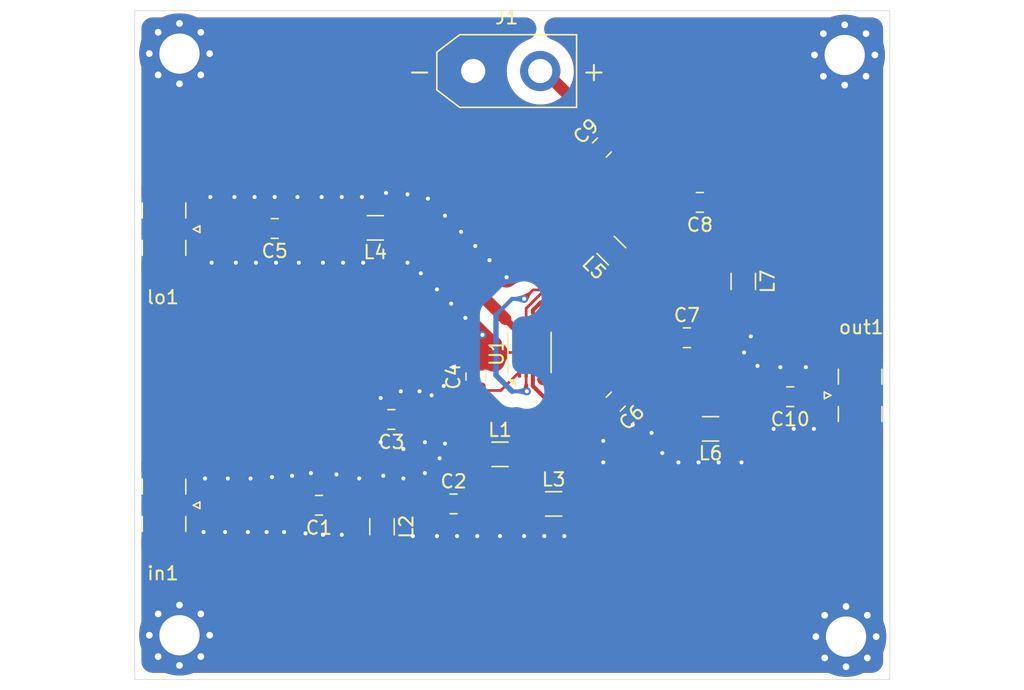
<source format=kicad_pcb>
(kicad_pcb (version 20240108) (generator "pcbnew") (generator_version "8.0")
  (layers (0 "F.Cu" signal) (31 "B.Cu" signal) (34 "B.Paste" user) (35 "F.Paste" user) (36 "B.SilkS" user "B.Silkscreen") (37 "F.SilkS" user "F.Silkscreen") (38 "B.Mask" user) (39 "F.Mask" user) (44 "Edge.Cuts" user))
  (net 0 "")
  (net 1 "+5V")
  (net 2 "GND")
  (net 3 "Net-(U1-IN+)")
  (net 4 "Net-(U1-IN-)")
  (net 5 "Net-(U1-OUT+)")
  (net 6 "Net-(U1-OUT-)")
  (net 7 "Net-(U1-LO-)")
  (net 8 "Net-(U1-LO+)")
  (net 9 "Net-(C1-Pad1)")
  (net 10 "Net-(in1-In)")
  (net 11 "Net-(C5-Pad1)")
  (net 12 "Net-(lo1-In)")
  (net 13 "Net-(C10-Pad2)")
  (net 14 "Net-(out1-In)")
  (footprint "Capacitor_SMD:C_0805_2012Metric_Pad1.18x1.45mm_HandSolder" (layer "F.Cu") (at 111.1375 63.8)
    (property "Reference" "C7" (at 0 -1.68 0) (layer "F.SilkS"))
    (property "Value" "4.7pF")
    (fp_line (start -0.261252 -0.735) (end 0.261252 -0.735) (stroke (width 0.12)) (layer "F.SilkS"))
    (fp_line (start -0.261252 0.735) (end 0.261252 0.735) (stroke (width 0.12)) (layer "F.SilkS"))
    (pad "1" smd roundrect (at -1.0375 0) (size 1.175 1.45) (layers "F.Cu" "F.Paste" "F.Mask") (roundrect_rratio 0.212766) (net 5 "Net-(U1-OUT+)"))
    (pad "2" smd roundrect (at 1.0375 0) (size 1.175 1.45) (layers "F.Cu" "F.Paste" "F.Mask") (roundrect_rratio 0.212766) (net 13 "Net-(C10-Pad2)"))
  )
  (footprint "Capacitor_SMD:C_0805_2012Metric_Pad1.18x1.45mm_HandSolder" (layer "F.Cu") (at 105.833623 68.566377 -135)
    (property "Reference" "C6" (at 0 -1.679999 45) (layer "F.SilkS"))
    (property "Value" "4.7pF")
    (fp_line (start -0.261253 0.735) (end 0.261253 0.735) (stroke (width 0.12)) (layer "F.SilkS"))
    (fp_line (start -0.261253 -0.735) (end 0.261253 -0.735) (stroke (width 0.12)) (layer "F.SilkS"))
    (pad "1" smd roundrect (at -1.0375 0 225) (size 1.175 1.45) (layers "F.Cu" "F.Paste" "F.Mask") (roundrect_rratio 0.212766) (net 6 "Net-(U1-OUT-)"))
    (pad "2" smd roundrect (at 1.0375 0 225) (size 1.175 1.45) (layers "F.Cu" "F.Paste" "F.Mask") (roundrect_rratio 0.212766) (net 2 "GND"))
  )
  (footprint "Capacitor_SMD:C_0805_2012Metric_Pad1.18x1.45mm_HandSolder" (layer "F.Cu") (at 80.4 55.65 180)
    (property "Reference" "C5" (at 0 -1.679999 0) (layer "F.SilkS"))
    (property "Value" "100pF")
    (fp_line (start -0.261253 0.735) (end 0.261253 0.735) (stroke (width 0.12)) (layer "F.SilkS"))
    (fp_line (start -0.261253 -0.735) (end 0.261253 -0.735) (stroke (width 0.12)) (layer "F.SilkS"))
    (pad "1" smd roundrect (at -1.0375 0 180) (size 1.175 1.45) (layers "F.Cu" "F.Paste" "F.Mask") (roundrect_rratio 0.212766) (net 11 "Net-(C5-Pad1)"))
    (pad "2" smd roundrect (at 1.0375 0 180) (size 1.175 1.45) (layers "F.Cu" "F.Paste" "F.Mask") (roundrect_rratio 0.212766) (net 12 "Net-(lo1-In)"))
  )
  (footprint "MountingHole:MountingHole_3mm_Pad_Via" (layer "F.Cu") (at 73.3 86)
    (property "Reference" "H4" (hide yes))
    (property "Value" "MountingHole_Pad" (hide yes))
    (pad "1" thru_hole circle (at -2.25 0) (size 0.8 0.8) (drill 0.5) (layers "*.Cu" "*.Mask") (net 2 "GND"))
    (pad "1" thru_hole circle (at -1.59099 -1.59099) (size 0.8 0.8) (drill 0.5) (layers "*.Cu" "*.Mask") (net 2 "GND"))
    (pad "1" thru_hole circle (at -1.59099 1.59099) (size 0.8 0.8) (drill 0.5) (layers "*.Cu" "*.Mask") (net 2 "GND"))
    (pad "1" thru_hole circle (at 0 -2.25) (size 0.8 0.8) (drill 0.5) (layers "*.Cu" "*.Mask") (net 2 "GND"))
    (pad "1" thru_hole circle (at 0 0) (size 6 6) (drill 3) (layers "*.Cu" "*.Mask") (net 2 "GND"))
    (pad "1" thru_hole circle (at 0 2.25) (size 0.8 0.8) (drill 0.5) (layers "*.Cu" "*.Mask") (net 2 "GND"))
    (pad "1" thru_hole circle (at 1.59099 -1.59099) (size 0.8 0.8) (drill 0.5) (layers "*.Cu" "*.Mask") (net 2 "GND"))
    (pad "1" thru_hole circle (at 1.59099 1.59099) (size 0.8 0.8) (drill 0.5) (layers "*.Cu" "*.Mask") (net 2 "GND"))
    (pad "1" thru_hole circle (at 2.25 0) (size 0.8 0.8) (drill 0.5) (layers "*.Cu" "*.Mask") (net 2 "GND"))
  )
  (footprint "Inductor_SMD:L_1206_3216Metric_Pad1.42x1.75mm_HandSolder" (layer "F.Cu") (at 97.2 72.5)
    (property "Reference" "L1" (at 0 -1.82 0) (layer "F.SilkS"))
    (property "Value" "6.8nH")
    (fp_line (start -0.602064 -0.91) (end 0.602064 -0.91) (stroke (width 0.12)) (layer "F.SilkS"))
    (fp_line (start -0.602064 0.91) (end 0.602064 0.91) (stroke (width 0.12)) (layer "F.SilkS"))
    (pad "1" smd roundrect (at -1.4875 0) (size 1.425 1.75) (layers "F.Cu" "F.Paste" "F.Mask") (roundrect_rratio 0.175439) (net 9 "Net-(C1-Pad1)"))
    (pad "2" smd roundrect (at 1.4875 0) (size 1.425 1.75) (layers "F.Cu" "F.Paste" "F.Mask") (roundrect_rratio 0.175439) (net 3 "Net-(U1-IN+)"))
  )
  (footprint "Inductor_SMD:L_1206_3216Metric_Pad1.42x1.75mm_HandSolder" (layer "F.Cu") (at 101.2 76.2)
    (property "Reference" "L3" (at 0 -1.82 0) (layer "F.SilkS"))
    (property "Value" "6.8nH")
    (fp_line (start -0.602064 -0.91) (end 0.602064 -0.91) (stroke (width 0.12)) (layer "F.SilkS"))
    (fp_line (start -0.602064 0.91) (end 0.602064 0.91) (stroke (width 0.12)) (layer "F.SilkS"))
    (pad "1" smd roundrect (at -1.4875 0) (size 1.425 1.75) (layers "F.Cu" "F.Paste" "F.Mask") (roundrect_rratio 0.175439) (net 4 "Net-(U1-IN-)"))
    (pad "2" smd roundrect (at 1.4875 0) (size 1.425 1.75) (layers "F.Cu" "F.Paste" "F.Mask") (roundrect_rratio 0.175439) (net 2 "GND"))
  )
  (footprint "MountingHole:MountingHole_3mm_Pad_Via" (layer "F.Cu") (at 123 86.1)
    (property "Reference" "H3" (hide yes))
    (property "Value" "MountingHole_Pad" (hide yes))
    (pad "1" thru_hole circle (at -2.25 0) (size 0.8 0.8) (drill 0.5) (layers "*.Cu" "*.Mask") (net 2 "GND"))
    (pad "1" thru_hole circle (at -1.59099 -1.59099) (size 0.8 0.8) (drill 0.5) (layers "*.Cu" "*.Mask") (net 2 "GND"))
    (pad "1" thru_hole circle (at -1.59099 1.59099) (size 0.8 0.8) (drill 0.5) (layers "*.Cu" "*.Mask") (net 2 "GND"))
    (pad "1" thru_hole circle (at 0 -2.25) (size 0.8 0.8) (drill 0.5) (layers "*.Cu" "*.Mask") (net 2 "GND"))
    (pad "1" thru_hole circle (at 0 0) (size 6 6) (drill 3) (layers "*.Cu" "*.Mask") (net 2 "GND"))
    (pad "1" thru_hole circle (at 0 2.25) (size 0.8 0.8) (drill 0.5) (layers "*.Cu" "*.Mask") (net 2 "GND"))
    (pad "1" thru_hole circle (at 1.59099 -1.59099) (size 0.8 0.8) (drill 0.5) (layers "*.Cu" "*.Mask") (net 2 "GND"))
    (pad "1" thru_hole circle (at 1.59099 1.59099) (size 0.8 0.8) (drill 0.5) (layers "*.Cu" "*.Mask") (net 2 "GND"))
    (pad "1" thru_hole circle (at 2.25 0) (size 0.8 0.8) (drill 0.5) (layers "*.Cu" "*.Mask") (net 2 "GND"))
  )
  (footprint "Capacitor_SMD:C_0805_2012Metric_Pad1.18x1.45mm_HandSolder" (layer "F.Cu") (at 93.7375 76.2)
    (property "Reference" "C2" (at 0 -1.68 0) (layer "F.SilkS"))
    (property "Value" "4.7pF")
    (fp_line (start -0.261252 -0.735) (end 0.261252 -0.735) (stroke (width 0.12)) (layer "F.SilkS"))
    (fp_line (start -0.261252 0.735) (end 0.261252 0.735) (stroke (width 0.12)) (layer "F.SilkS"))
    (pad "1" smd roundrect (at -1.0375 0) (size 1.175 1.45) (layers "F.Cu" "F.Paste" "F.Mask") (roundrect_rratio 0.212766) (net 9 "Net-(C1-Pad1)"))
    (pad "2" smd roundrect (at 1.0375 0) (size 1.175 1.45) (layers "F.Cu" "F.Paste" "F.Mask") (roundrect_rratio 0.212766) (net 4 "Net-(U1-IN-)"))
  )
  (footprint "Inductor_SMD:L_1206_3216Metric_Pad1.42x1.75mm_HandSolder" (layer "F.Cu") (at 112.9 70.6 180)
    (property "Reference" "L6" (at 0 -1.82 0) (layer "F.SilkS"))
    (property "Value" "270nH")
    (fp_line (start -0.602064 0.91) (end 0.602064 0.91) (stroke (width 0.12)) (layer "F.SilkS"))
    (fp_line (start -0.602064 -0.91) (end 0.602064 -0.91) (stroke (width 0.12)) (layer "F.SilkS"))
    (pad "1" smd roundrect (at -1.4875 0 180) (size 1.425 1.75) (layers "F.Cu" "F.Paste" "F.Mask") (roundrect_rratio 0.175439) (net 13 "Net-(C10-Pad2)"))
    (pad "2" smd roundrect (at 1.4875 0 180) (size 1.425 1.75) (layers "F.Cu" "F.Paste" "F.Mask") (roundrect_rratio 0.175439) (net 6 "Net-(U1-OUT-)"))
  )
  (footprint "Inductor_SMD:L_1206_3216Metric_Pad1.42x1.75mm_HandSolder" (layer "F.Cu") (at 88.4 77.9 -90)
    (property "Reference" "L2" (at 0 -1.82 90) (layer "F.SilkS"))
    (property "Value" "15nH")
    (fp_line (start -0.602064 0.91) (end 0.602064 0.91) (stroke (width 0.12)) (layer "F.SilkS"))
    (fp_line (start -0.602064 -0.91) (end 0.602064 -0.91) (stroke (width 0.12)) (layer "F.SilkS"))
    (pad "1" smd roundrect (at -1.4875 0 270) (size 1.425 1.75) (layers "F.Cu" "F.Paste" "F.Mask") (roundrect_rratio 0.175439) (net 9 "Net-(C1-Pad1)"))
    (pad "2" smd roundrect (at 1.4875 0 270) (size 1.425 1.75) (layers "F.Cu" "F.Paste" "F.Mask") (roundrect_rratio 0.175439) (net 2 "GND"))
  )
  (footprint "Capacitor_SMD:C_0805_2012Metric_Pad1.18x1.45mm_HandSolder" (layer "F.Cu") (at 118.8375 68.2 180)
    (property "Reference" "C10" (at 0 -1.679999 0) (layer "F.SilkS"))
    (property "Value" "33pF")
    (fp_line (start -0.261253 0.735) (end 0.261253 0.735) (stroke (width 0.12)) (layer "F.SilkS"))
    (fp_line (start -0.261253 -0.735) (end 0.261253 -0.735) (stroke (width 0.12)) (layer "F.SilkS"))
    (pad "1" smd roundrect (at -1.0375 0 180) (size 1.175 1.45) (layers "F.Cu" "F.Paste" "F.Mask") (roundrect_rratio 0.212766) (net 14 "Net-(out1-In)"))
    (pad "2" smd roundrect (at 1.0375 0 180) (size 1.175 1.45) (layers "F.Cu" "F.Paste" "F.Mask") (roundrect_rratio 0.212766) (net 13 "Net-(C10-Pad2)"))
  )
  (footprint "Inductor_SMD:L_1206_3216Metric_Pad1.42x1.75mm_HandSolder" (layer "F.Cu") (at 87.9 55.6 180)
    (property "Reference" "L4" (at 0 -1.82 0) (layer "F.SilkS"))
    (property "Value" "15nH")
    (fp_line (start -0.602064 0.91) (end 0.602064 0.91) (stroke (width 0.12)) (layer "F.SilkS"))
    (fp_line (start -0.602064 -0.91) (end 0.602064 -0.91) (stroke (width 0.12)) (layer "F.SilkS"))
    (pad "1" smd roundrect (at -1.4875 0 180) (size 1.425 1.75) (layers "F.Cu" "F.Paste" "F.Mask") (roundrect_rratio 0.175439) (net 8 "Net-(U1-LO+)"))
    (pad "2" smd roundrect (at 1.4875 0 180) (size 1.425 1.75) (layers "F.Cu" "F.Paste" "F.Mask") (roundrect_rratio 0.175439) (net 11 "Net-(C5-Pad1)"))
  )
  (footprint "Inductor_SMD:L_1206_3216Metric_Pad1.42x1.75mm_HandSolder" (layer "F.Cu") (at 105.5 57.3 135)
    (property "Reference" "L5" (at 0 -1.82 135) (layer "F.SilkS"))
    (property "Value" "270nH")
    (fp_line (start -0.602064 -0.91) (end 0.602064 -0.91) (stroke (width 0.12)) (layer "F.SilkS"))
    (fp_line (start -0.602064 0.91) (end 0.602064 0.91) (stroke (width 0.12)) (layer "F.SilkS"))
    (pad "1" smd roundrect (at -1.4875 0 135) (size 1.425 1.75) (layers "F.Cu" "F.Paste" "F.Mask") (roundrect_rratio 0.175439) (net 5 "Net-(U1-OUT+)"))
    (pad "2" smd roundrect (at 1.4875 0 135) (size 1.425 1.75) (layers "F.Cu" "F.Paste" "F.Mask") (roundrect_rratio 0.175439) (net 1 "+5V"))
  )
  (footprint "Capacitor_SMD:C_0805_2012Metric_Pad1.18x1.45mm_HandSolder" (layer "F.Cu") (at 95.4 66.7 90)
    (property "Reference" "C4" (at 0 -1.679999 90) (layer "F.SilkS"))
    (property "Value" "100pF")
    (fp_line (start -0.261253 -0.735) (end 0.261253 -0.735) (stroke (width 0.12)) (layer "F.SilkS"))
    (fp_line (start -0.261253 0.735) (end 0.261253 0.735) (stroke (width 0.12)) (layer "F.SilkS"))
    (pad "1" smd roundrect (at -1.0375 0 90) (size 1.175 1.45) (layers "F.Cu" "F.Paste" "F.Mask") (roundrect_rratio 0.212766) (net 7 "Net-(U1-LO-)"))
    (pad "2" smd roundrect (at 1.0375 0 90) (size 1.175 1.45) (layers "F.Cu" "F.Paste" "F.Mask") (roundrect_rratio 0.212766) (net 2 "GND"))
  )
  (footprint "Connector_Coaxial:SMA_Samtec_SMA-J-P-H-ST-EM1_EdgeMount" (layer "F.Cu") (at 124.1375 68.1)
    (property "Reference" "out1" (at 0 -5.08 180) (layer "F.SilkS"))
    (property "Value" "Conn_Coaxial_Small" (hide yes))
    (fp_line (start -2.76 -0.25) (end -2.76 0.25) (stroke (width 0.12)) (layer "F.SilkS"))
    (fp_line (start -2.76 0.25) (end -2.26 0) (stroke (width 0.12)) (layer "F.SilkS"))
    (fp_line (start -2.26 0) (end -2.76 -0.25) (stroke (width 0.12)) (layer "F.SilkS"))
    (fp_line (start -1.71 -0.84) (end -1.71 -1.95) (stroke (width 0.12)) (layer "F.SilkS"))
    (fp_line (start -1.71 1.95) (end -1.71 0.84) (stroke (width 0.12)) (layer "F.SilkS"))
    (fp_line (start 1.54 -0.84) (end 1.54 -1.95) (stroke (width 0.12)) (layer "F.SilkS"))
    (fp_line (start 1.54 1.95) (end 1.54 0.84) (stroke (width 0.12)) (layer "F.SilkS"))
    (pad "1" smd roundrect (at 0 0 90) (size 1.27 3.2) (layers "F.Cu" "F.Mask") (roundrect_rratio 0.1968503937) (net 14 "Net-(out1-In)"))
    (pad "2" smd roundrect (at -0.25 -2.825 90) (size 1.35 3.7) (layers "F.Cu" "F.Mask") (roundrect_rratio 0.1851851852) (net 2 "GND"))
    (pad "2" smd roundrect (at -0.25 -2.825 90) (size 1.35 3.7) (layers "B.Cu" "B.Mask") (roundrect_rratio 0.1851851852) (net 2 "GND"))
    (pad "2" smd roundrect (at -0.25 2.825 90) (size 1.35 3.7) (layers "F.Cu" "F.Mask") (roundrect_rratio 0.1851851852) (net 2 "GND"))
    (pad "2" smd roundrect (at -0.25 2.825 90) (size 1.35 3.7) (layers "B.Cu" "B.Mask") (roundrect_rratio 0.1851851852) (net 2 "GND"))
  )
  (footprint "MountingHole:MountingHole_3mm_Pad_Via" (layer "F.Cu") (at 73.3 42.6)
    (property "Reference" "H1" (hide yes))
    (property "Value" "MountingHole_Pad" (hide yes))
    (pad "1" thru_hole circle (at -2.25 0) (size 0.8 0.8) (drill 0.5) (layers "*.Cu" "*.Mask") (net 2 "GND"))
    (pad "1" thru_hole circle (at -1.59099 -1.59099) (size 0.8 0.8) (drill 0.5) (layers "*.Cu" "*.Mask") (net 2 "GND"))
    (pad "1" thru_hole circle (at -1.59099 1.59099) (size 0.8 0.8) (drill 0.5) (layers "*.Cu" "*.Mask") (net 2 "GND"))
    (pad "1" thru_hole circle (at 0 -2.25) (size 0.8 0.8) (drill 0.5) (layers "*.Cu" "*.Mask") (net 2 "GND"))
    (pad "1" thru_hole circle (at 0 0) (size 6 6) (drill 3) (layers "*.Cu" "*.Mask") (net 2 "GND"))
    (pad "1" thru_hole circle (at 0 2.25) (size 0.8 0.8) (drill 0.5) (layers "*.Cu" "*.Mask") (net 2 "GND"))
    (pad "1" thru_hole circle (at 1.59099 -1.59099) (size 0.8 0.8) (drill 0.5) (layers "*.Cu" "*.Mask") (net 2 "GND"))
    (pad "1" thru_hole circle (at 1.59099 1.59099) (size 0.8 0.8) (drill 0.5) (layers "*.Cu" "*.Mask") (net 2 "GND"))
    (pad "1" thru_hole circle (at 2.25 0) (size 0.8 0.8) (drill 0.5) (layers "*.Cu" "*.Mask") (net 2 "GND"))
  )
  (footprint "Connector_Coaxial:SMA_Samtec_SMA-J-P-H-ST-EM1_EdgeMount" (layer "F.Cu") (at 72.0625 55.7 180)
    (property "Reference" "lo1" (at 0 -5.079999 360) (layer "F.SilkS"))
    (property "Value" "Conn_Coaxial_Small" (hide yes))
    (fp_line (start 1.54 1.95) (end 1.54 0.84) (stroke (width 0.12)) (layer "F.SilkS"))
    (fp_line (start 1.54 -0.84) (end 1.54 -1.95) (stroke (width 0.12)) (layer "F.SilkS"))
    (fp_line (start -1.71 1.95) (end -1.71 0.84) (stroke (width 0.12)) (layer "F.SilkS"))
    (fp_line (start -1.71 -0.84) (end -1.71 -1.95) (stroke (width 0.12)) (layer "F.SilkS"))
    (fp_line (start -2.26 0) (end -2.76 -0.25) (stroke (width 0.12)) (layer "F.SilkS"))
    (fp_line (start -2.76 0.25) (end -2.26 0) (stroke (width 0.12)) (layer "F.SilkS"))
    (fp_line (start -2.76 -0.25) (end -2.76 0.25) (stroke (width 0.12)) (layer "F.SilkS"))
    (pad "1" smd roundrect (at 0 0 270) (size 1.27 3.2) (layers "F.Cu" "F.Mask") (roundrect_rratio 0.1968503937) (net 12 "Net-(lo1-In)"))
    (pad "2" smd roundrect (at -0.25 -2.825 270) (size 1.35 3.7) (layers "F.Cu" "F.Mask") (roundrect_rratio 0.1851851852) (net 2 "GND"))
    (pad "2" smd roundrect (at -0.25 -2.825 270) (size 1.35 3.7) (layers "B.Cu" "B.Mask") (roundrect_rratio 0.1851851852) (net 2 "GND"))
    (pad "2" smd roundrect (at -0.25 2.825 270) (size 1.35 3.7) (layers "F.Cu" "F.Mask") (roundrect_rratio 0.1851851852) (net 2 "GND"))
    (pad "2" smd roundrect (at -0.25 2.825 270) (size 1.35 3.7) (layers "B.Cu" "B.Mask") (roundrect_rratio 0.1851851852) (net 2 "GND"))
  )
  (footprint "Capacitor_SMD:C_0805_2012Metric_Pad1.18x1.45mm_HandSolder" (layer "F.Cu") (at 112.1 53.7 180)
    (property "Reference" "C8" (at 0 -1.679999 0) (layer "F.SilkS"))
    (property "Value" "1µF")
    (fp_line (start -0.261253 0.735) (end 0.261253 0.735) (stroke (width 0.12)) (layer "F.SilkS"))
    (fp_line (start -0.261253 -0.735) (end 0.261253 -0.735) (stroke (width 0.12)) (layer "F.SilkS"))
    (pad "1" smd roundrect (at -1.0375 0 180) (size 1.175 1.45) (layers "F.Cu" "F.Paste" "F.Mask") (roundrect_rratio 0.212766) (net 2 "GND"))
    (pad "2" smd roundrect (at 1.0375 0 180) (size 1.175 1.45) (layers "F.Cu" "F.Paste" "F.Mask") (roundrect_rratio 0.212766) (net 1 "+5V"))
  )
  (footprint "Connector_AMASS:AMASS_XT30UPB-F_1x02_P5.0mm_Vertical" (layer "F.Cu") (at 95.2 43.9)
    (property "Reference" "J1" (at 2.5 -4 0) (layer "F.SilkS"))
    (property "Value" "Conn_01x02_Socket" (hide yes))
    (fp_line (start -2.71 -1.41) (end -2.71 1.41) (stroke (width 0.12)) (layer "F.SilkS"))
    (fp_line (start -2.71 -1.41) (end -1.01 -2.71) (stroke (width 0.12)) (layer "F.SilkS"))
    (fp_line (start -2.71 1.41) (end -1.01 2.71) (stroke (width 0.12)) (layer "F.SilkS"))
    (fp_line (start -1.01 -2.71) (end 7.71 -2.71) (stroke (width 0.12)) (layer "F.SilkS"))
    (fp_line (start -1.01 2.71) (end 7.71 2.71) (stroke (width 0.12)) (layer "F.SilkS"))
    (fp_line (start 7.71 -2.71) (end 7.71 2.71) (stroke (width 0.12)) (layer "F.SilkS"))
    (fp_text user "-" (at -4 0 0) (layer "F.SilkS") (effects (font (size 1.5 1.5))))
    (fp_text user "+" (at 9 0 0) (layer "F.SilkS") (effects (font (size 1.5 1.5))))
    (pad "1" thru_hole rect (at 0 0) (size 3 3) (drill 1.8) (layers "*.Cu" "*.Mask") (net 2 "GND"))
    (pad "2" thru_hole circle (at 5 0) (size 3 3) (drill 1.8) (layers "*.Cu" "*.Mask") (net 1 "+5V"))
  )
  (footprint "Capacitor_SMD:C_0805_2012Metric_Pad1.18x1.45mm_HandSolder" (layer "F.Cu") (at 104.8 49.6 45)
    (property "Reference" "C9" (at 0 -1.679999 45) (layer "F.SilkS"))
    (property "Value" "1µF")
    (fp_line (start -0.261253 -0.735) (end 0.261253 -0.735) (stroke (width 0.12)) (layer "F.SilkS"))
    (fp_line (start -0.261253 0.735) (end 0.261253 0.735) (stroke (width 0.12)) (layer "F.SilkS"))
    (pad "1" smd roundrect (at -1.0375 0 45) (size 1.175 1.45) (layers "F.Cu" "F.Paste" "F.Mask") (roundrect_rratio 0.212766) (net 2 "GND"))
    (pad "2" smd roundrect (at 1.0375 0 45) (size 1.175 1.45) (layers "F.Cu" "F.Paste" "F.Mask") (roundrect_rratio 0.212766) (net 1 "+5V"))
  )
  (footprint "Inductor_SMD:L_1206_3216Metric_Pad1.42x1.75mm_HandSolder" (layer "F.Cu") (at 115.3375 59.6 -90)
    (property "Reference" "L7" (at 0 -1.82 90) (layer "F.SilkS"))
    (property "Value" "270nH")
    (fp_line (start -0.602064 0.91) (end 0.602064 0.91) (stroke (width 0.12)) (layer "F.SilkS"))
    (fp_line (start -0.602064 -0.91) (end 0.602064 -0.91) (stroke (width 0.12)) (layer "F.SilkS"))
    (pad "1" smd roundrect (at -1.4875 0 270) (size 1.425 1.75) (layers "F.Cu" "F.Paste" "F.Mask") (roundrect_rratio 0.175439) (net 1 "+5V"))
    (pad "2" smd roundrect (at 1.4875 0 270) (size 1.425 1.75) (layers "F.Cu" "F.Paste" "F.Mask") (roundrect_rratio 0.175439) (net 13 "Net-(C10-Pad2)"))
  )
  (footprint "Capacitor_SMD:C_0805_2012Metric_Pad1.18x1.45mm_HandSolder" (layer "F.Cu") (at 83.7 76.3 180)
    (property "Reference" "C1" (at 0 -1.679999 0) (layer "F.SilkS"))
    (property "Value" "100pF")
    (fp_line (start -0.261253 0.735) (end 0.261253 0.735) (stroke (width 0.12)) (layer "F.SilkS"))
    (fp_line (start -0.261253 -0.735) (end 0.261253 -0.735) (stroke (width 0.12)) (layer "F.SilkS"))
    (pad "1" smd roundrect (at -1.0375 0 180) (size 1.175 1.45) (layers "F.Cu" "F.Paste" "F.Mask") (roundrect_rratio 0.212766) (net 9 "Net-(C1-Pad1)"))
    (pad "2" smd roundrect (at 1.0375 0 180) (size 1.175 1.45) (layers "F.Cu" "F.Paste" "F.Mask") (roundrect_rratio 0.212766) (net 10 "Net-(in1-In)"))
  )
  (footprint "Package_DFN_QFN:DFN-8-1EP_3x3mm_P0.5mm_EP1.65x2.38mm" (layer "F.Cu") (at 99.4 64.9 90)
    (property "Reference" "U1" (at 0 -2.450001 90) (layer "F.SilkS"))
    (property "Value" "LT5560")
    (fp_line (start -1.5 -1.61) (end 1.5 -1.61) (stroke (width 0.12)) (layer "F.SilkS"))
    (fp_line (start -1.5 1.61) (end 1.5 1.61) (stroke (width 0.12)) (layer "F.SilkS"))
    (fp_poly (pts (xy -2.05 -1.05) (xy -2.53 -1.05) (xy -2.05 -1.529999) (xy -2.05 -1.05)) (stroke (width 0.12)) (fill solid) (layer "F.SilkS"))
    (pad "1" smd roundrect (at -1.45 -0.75 90) (size 0.85 0.25) (layers "F.Cu" "F.Paste" "F.Mask") (net 7 "Net-(U1-LO-)"))
    (pad "2" smd roundrect (at -1.45 -0.25 90) (size 0.85 0.25) (layers "F.Cu" "F.Paste" "F.Mask") (net 1 "+5V"))
    (pad "3" smd roundrect (at -1.45 0.25 90) (size 0.85 0.25) (layers "F.Cu" "F.Paste" "F.Mask") (net 3 "Net-(U1-IN+)"))
    (pad "4" smd roundrect (at -1.45 0.75 90) (size 0.85 0.25) (layers "F.Cu" "F.Paste" "F.Mask") (net 4 "Net-(U1-IN-)"))
    (pad "5" smd roundrect (at 1.45 0.75 90) (size 0.85 0.25) (layers "F.Cu" "F.Paste" "F.Mask") (net 6 "Net-(U1-OUT-)"))
    (pad "6" smd roundrect (at 1.45 0.25 90) (size 0.85 0.25) (layers "F.Cu" "F.Paste" "F.Mask") (net 5 "Net-(U1-OUT+)"))
    (pad "7" smd roundrect (at 1.45 -0.25 90) (size 0.85 0.25) (layers "F.Cu" "F.Paste" "F.Mask") (net 1 "+5V"))
    (pad "8" smd roundrect (at 1.45 -0.75 90) (size 0.85 0.25) (layers "F.Cu" "F.Paste" "F.Mask") (net 8 "Net-(U1-LO+)"))
    (pad "9" smd rect (at 0 0 90) (size 1.65 2.38) (property pad_prop_heatsink) (layers "F.Cu" "F.Mask") (net 2 "GND"))
  )
  (footprint "MountingHole:MountingHole_3mm_Pad_Via" (layer "F.Cu") (at 122.9 42.7)
    (property "Reference" "H2" (hide yes))
    (property "Value" "MountingHole_Pad" (hide yes))
    (pad "1" thru_hole circle (at -2.25 0) (size 0.8 0.8) (drill 0.5) (layers "*.Cu" "*.Mask") (net 2 "GND"))
    (pad "1" thru_hole circle (at -1.59099 -1.59099) (size 0.8 0.8) (drill 0.5) (layers "*.Cu" "*.Mask") (net 2 "GND"))
    (pad "1" thru_hole circle (at -1.59099 1.59099) (size 0.8 0.8) (drill 0.5) (layers "*.Cu" "*.Mask") (net 2 "GND"))
    (pad "1" thru_hole circle (at 0 -2.25) (size 0.8 0.8) (drill 0.5) (layers "*.Cu" "*.Mask") (net 2 "GND"))
    (pad "1" thru_hole circle (at 0 0) (size 6 6) (drill 3) (layers "*.Cu" "*.Mask") (net 2 "GND"))
    (pad "1" thru_hole circle (at 0 2.25) (size 0.8 0.8) (drill 0.5) (layers "*.Cu" "*.Mask") (net 2 "GND"))
    (pad "1" thru_hole circle (at 1.59099 -1.59099) (size 0.8 0.8) (drill 0.5) (layers "*.Cu" "*.Mask") (net 2 "GND"))
    (pad "1" thru_hole circle (at 1.59099 1.59099) (size 0.8 0.8) (drill 0.5) (layers "*.Cu" "*.Mask") (net 2 "GND"))
    (pad "1" thru_hole circle (at 2.25 0) (size 0.8 0.8) (drill 0.5) (layers "*.Cu" "*.Mask") (net 2 "GND"))
  )
  (footprint "Capacitor_SMD:C_0805_2012Metric_Pad1.18x1.45mm_HandSolder" (layer "F.Cu") (at 89.1 69.9 180)
    (property "Reference" "C3" (at 0 -1.679999 360) (layer "F.SilkS"))
    (property "Value" "4.7pF")
    (fp_line (start -0.261253 0.735) (end 0.261253 0.735) (stroke (width 0.12)) (layer "F.SilkS"))
    (fp_line (start -0.261253 -0.735) (end 0.261253 -0.735) (stroke (width 0.12)) (layer "F.SilkS"))
    (pad "1" smd roundrect (at -1.0375 0 180) (size 1.175 1.45) (layers "F.Cu" "F.Paste" "F.Mask") (roundrect_rratio 0.212766) (net 3 "Net-(U1-IN+)"))
    (pad "2" smd roundrect (at 1.0375 0 180) (size 1.175 1.45) (layers "F.Cu" "F.Paste" "F.Mask") (roundrect_rratio 0.212766) (net 2 "GND"))
  )
  (footprint "Connector_Coaxial:SMA_Samtec_SMA-J-P-H-ST-EM1_EdgeMount" (layer "F.Cu") (at 72.0625 76.3 180)
    (property "Reference" "in1" (at 0 -5.079999 360) (layer "F.SilkS"))
    (property "Value" "Conn_Coaxial_Small" (hide yes))
    (fp_line (start 1.54 1.95) (end 1.54 0.84) (stroke (width 0.12)) (layer "F.SilkS"))
    (fp_line (start 1.54 -0.84) (end 1.54 -1.95) (stroke (width 0.12)) (layer "F.SilkS"))
    (fp_line (start -1.71 1.95) (end -1.71 0.84) (stroke (width 0.12)) (layer "F.SilkS"))
    (fp_line (start -1.71 -0.84) (end -1.71 -1.95) (stroke (width 0.12)) (layer "F.SilkS"))
    (fp_line (start -2.26 0) (end -2.76 -0.25) (stroke (width 0.12)) (layer "F.SilkS"))
    (fp_line (start -2.76 0.25) (end -2.26 0) (stroke (width 0.12)) (layer "F.SilkS"))
    (fp_line (start -2.76 -0.25) (end -2.76 0.25) (stroke (width 0.12)) (layer "F.SilkS"))
    (pad "1" smd roundrect (at 0 0 270) (size 1.27 3.2) (layers "F.Cu" "F.Mask") (roundrect_rratio 0.1968503937) (net 10 "Net-(in1-In)"))
    (pad "2" smd roundrect (at -0.25 -2.825 270) (size 1.35 3.7) (layers "F.Cu" "F.Mask") (roundrect_rratio 0.1851851852) (net 2 "GND"))
    (pad "2" smd roundrect (at -0.25 -2.825 270) (size 1.35 3.7) (layers "B.Cu" "B.Mask") (roundrect_rratio 0.1851851852) (net 2 "GND"))
    (pad "2" smd roundrect (at -0.25 2.825 270) (size 1.35 3.7) (layers "F.Cu" "F.Mask") (roundrect_rratio 0.1851851852) (net 2 "GND"))
    (pad "2" smd roundrect (at -0.25 2.825 270) (size 1.35 3.7) (layers "B.Cu" "B.Mask") (roundrect_rratio 0.1851851852) (net 2 "GND"))
  )
  (gr_rect (start 69.9625 39.4) (end 126.2625 89.3) (stroke (width 0.05)) (fill none) (layer "Edge.Cuts"))
  (segment (start 99.668198 60.231802) (end 100.531802 60.231802) (width 0.2) (layer "F.Cu") (net 1))
  (segment (start 110.3 53.7) (end 100.5 43.9) (width 0.9) (layer "F.Cu") (net 1))
  (segment (start 113.7125 58.1125) (end 111 55.4) (width 0.7) (layer "F.Cu") (net 1))
  (segment (start 104.448179 56.248179) (end 100.531802 60.164556) (width 0.7) (layer "F.Cu") (net 1))
  (segment (start 99.15 67.75) (end 99.2 67.8) (width 0.2) (layer "F.Cu") (net 1))
  (segment (start 106.996358 53.7) (end 104.448179 56.248179) (width 0.7) (layer "F.Cu") (net 1))
  (segment (start 99.15 66.35) (end 99.15 67.75) (width 0.2) (layer "F.Cu") (net 1))
  (segment (start 115.3375 58.1125) (end 113.7125 58.1125) (width 0.7) (layer "F.Cu") (net 1))
  (segment (start 99.15 63.45) (end 99.15 61.613604) (width 0.2) (layer "F.Cu") (net 1))
  (segment (start 110.3 53.7) (end 111.0625 53.7) (width 0.9) (layer "F.Cu") (net 1))
  (segment (start 100.5 43.9) (end 100.2 43.9) (width 0.9) (layer "F.Cu") (net 1))
  (segment (start 99.15 61.613604) (end 102.551104 58.2125) (width 0.2) (layer "F.Cu") (net 1))
  (segment (start 100.531802 60.231802) (end 99.15 61.613604) (width 0.2) (layer "F.Cu") (net 1))
  (segment (start 111.0625 53.7) (end 106.996358 53.7) (width 0.7) (layer "F.Cu") (net 1))
  (segment (start 111 55.4) (end 111.0625 55.3375) (width 0.7) (layer "F.Cu") (net 1))
  (segment (start 111.0625 55.3375) (end 111.0625 53.7) (width 0.7) (layer "F.Cu") (net 1))
  (segment (start 99 60.9) (end 99.668198 60.231802) (width 0.2) (layer "F.Cu") (net 1))
  (segment (start 100.531802 60.164556) (end 100.531802 60.231802) (width 0.7) (layer "F.Cu") (net 1))
  (via (at 99.2 67.8) (size 0.6) (drill 0.3) (layers "F.Cu" "B.Cu") (net 1))
  (via (at 99 60.9) (size 0.6) (drill 0.3) (layers "F.Cu" "B.Cu") (net 1))
  (segment (start 96.9 66.6) (end 96.9 62.1) (width 0.4) (layer "B.Cu") (net 1))
  (segment (start 98.1 67.8) (end 96.9 66.6) (width 0.4) (layer "B.Cu") (net 1))
  (segment (start 96.9 62.1) (end 98.1 60.9) (width 0.3) (layer "B.Cu") (net 1))
  (segment (start 98.1 60.9) (end 99 60.9) (width 0.3) (layer "B.Cu") (net 1))
  (segment (start 99.2 67.8) (end 98.1 67.8) (width 0.3) (layer "B.Cu") (net 1))
  (segment (start 99.4 64.9) (end 96.1625 64.9) (width 0.2) (layer "F.Cu") (net 2))
  (segment (start 96.1625 64.9) (end 95.4 65.6625) (width 0.2) (layer "F.Cu") (net 2))
  (via (at 75.2 74.3) (size 0.6) (drill 0.3) (layers "F.Cu" "B.Cu") (net 2))
  (via (at 97.690307 59.290307) (size 0.6) (drill 0.3) (layers "F.Cu" "B.Cu") (net 2))
  (via (at 76.7 78.3) (size 0.6) (drill 0.3) (layers "F.Cu" "B.Cu") (net 2))
  (via (at 85.4 53.3) (size 0.6) (drill 0.3) (layers "F.Cu" "B.Cu") (net 2))
  (via (at 90.3 53.1) (size 0.6) (drill 0.3) (layers "F.Cu" "B.Cu") (net 2))
  (via (at 95.356854 56.956854) (size 0.6) (drill 0.3) (layers "F.Cu" "B.Cu") (net 2))
  (via (at 115.2 73.1) (size 0.6) (drill 0.3) (layers "F.Cu" "B.Cu") (net 2))
  (via (at 84 58.2) (size 0.6) (drill 0.3) (layers "F.Cu" "B.Cu") (net 2))
  (via (at 120 66) (size 0.6) (drill 0.3) (layers "F.Cu" "B.Cu") (net 2))
  (via (at 78.4 78.3) (size 0.6) (drill 0.3) (layers "F.Cu" "B.Cu") (net 2))
  (via (at 99 78.6) (size 0.6) (drill 0.3) (layers "F.Cu" "B.Cu") (net 2))
  (via (at 108.5 70.9) (size 0.6) (drill 0.3) (layers "F.Cu" "B.Cu") (net 2))
  (via (at 83.9 53.3) (size 0.6) (drill 0.3) (layers "F.Cu" "B.Cu") (net 2))
  (via (at 100.5 78.6) (size 0.6) (drill 0.3) (layers "F.Cu" "B.Cu") (net 2))
  (via (at 95.890307 63.590307) (size 0.6) (drill 0.3) (layers "F.Cu" "B.Cu") (net 2))
  (via (at 104.9 73.1) (size 0.6) (drill 0.3) (layers "F.Cu" "B.Cu") (net 2))
  (via (at 93.7 66) (size 0.6) (drill 0.3) (layers "F.Cu" "B.Cu") (net 2))
  (via (at 116.4 65.9) (size 0.6) (drill 0.3) (layers "F.Cu" "B.Cu") (net 2))
  (via (at 77.5 58.2) (size 0.6) (drill 0.3) (layers "F.Cu" "B.Cu") (net 2))
  (via (at 76.9 74.3) (size 0.6) (drill 0.3) (layers "F.Cu" "B.Cu") (net 2))
  (via (at 94.617514 62.317514) (size 0.6) (drill 0.3) (layers "F.Cu" "B.Cu") (net 2))
  (via (at 77.4 53.3) (size 0.6) (drill 0.3) (layers "F.Cu" "B.Cu") (net 2))
  (via (at 90.3 58.2) (size 0.6) (drill 0.3) (layers "F.Cu" "B.Cu") (net 2))
  (via (at 91.2 67.8) (size 0.6) (drill 0.3) (layers "F.Cu" "B.Cu") (net 2))
  (via (at 78.9 53.3) (size 0.6) (drill 0.3) (layers "F.Cu" "B.Cu") (net 2))
  (via (at 92.5 78.6) (size 0.6) (drill 0.3) (layers "F.Cu" "B.Cu") (net 2))
  (via (at 81.1 78.3) (size 0.6) (drill 0.3) (layers "F.Cu" "B.Cu") (net 2))
  (via (at 88.7 53) (size 0.6) (drill 0.3) (layers "F.Cu" "B.Cu") (net 2))
  (via (at 117.6 70.6) (size 0.6) (drill 0.3) (layers "F.Cu" "B.Cu") (net 2))
  (via (at 120.6 70.6) (size 0.6) (drill 0.3) (layers "F.Cu" "B.Cu") (net 2))
  (via (at 75.1 78.3) (size 0.6) (drill 0.3) (layers "F.Cu" "B.Cu") (net 2))
  (via (at 82.7 78.4) (size 0.6) (drill 0.3) (layers "F.Cu" "B.Cu") (net 2))
  (via (at 104.9 71.5) (size 0.6) (drill 0.3) (layers "F.Cu" "B.Cu") (net 2))
  (via (at 95.5 78.6) (size 0.6) (drill 0.3) (layers "F.Cu" "B.Cu") (net 2))
  (via (at 80.2 74.2) (size 0.6) (drill 0.3) (layers "F.Cu" "B.Cu") (net 2))
  (via (at 93.094113 54.694113) (size 0.6) (drill 0.3) (layers "F.Cu" "B.Cu") (net 2))
  (via (at 115.4 64.9) (size 0.6) (drill 0.3) (layers "F.Cu" "B.Cu") (net 2))
  (via (at 86.9 53.3) (size 0.6) (drill 0.3) (layers "F.Cu" "B.Cu") (net 2))
  (via (at 79.8 78.3) (size 0.6) (drill 0.3) (layers "F.Cu" "B.Cu") (net 2))
  (via (at 87 58.2) (size 0.6) (drill 0.3) (layers "F.Cu" "B.Cu") (net 2))
  (via (at 89.8 67.8) (size 0.6) (drill 0.3) (layers "F.Cu" "B.Cu") (net 2))
  (via (at 90 74.3) (size 0.6) (drill 0.3) (layers "F.Cu" "B.Cu") (net 2))
  (via (at 85.5 58.2) (size 0.6) (drill 0.3) (layers "F.Cu" "B.Cu") (net 2))
  (via (at 91.6 73.9) (size 0.6) (drill 0.3) (layers "F.Cu" "B.Cu") (net 2))
  (via (at 91.294113 58.994113) (size 0.6) (drill 0.3) (layers "F.Cu" "B.Cu") (net 2))
  (via (at 79 58.2) (size 0.6) (drill 0.3) (layers "F.Cu" "B.Cu") (net 2))
  (via (at 80.4 53.3) (size 0.6) (drill 0.3) (layers "F.Cu" "B.Cu") (net 2))
  (via (at 91.6 71.6) (size 0.6) (drill 0.3) (layers "F.Cu" "B.Cu") (net 2))
  (via (at 94.296194 55.896194) (size 0.6) (drill 0.3) (layers "F.Cu" "B.Cu") (net 2))
  (via (at 90 72.1) (size 0.6) (drill 0.3) (layers "F.Cu" "B.Cu") (net 2))
  (via (at 83.1 73.9) (size 0.6) (drill 0.3) (layers "F.Cu" "B.Cu") (net 2))
  (via (at 110.5 73.1) (size 0.6) (drill 0.3) (layers "F.Cu" "B.Cu") (net 2))
  (via (at 93.556854 61.256854) (size 0.6) (drill 0.3) (layers "F.Cu" "B.Cu") (net 2))
  (via (at 84 78.5) (size 0.6) (drill 0.3) (layers "F.Cu" "B.Cu") (net 2))
  (via (at 113.5 73.1) (size 0.6) (drill 0.3) (layers "F.Cu" "B.Cu") (net 2))
  (via (at 78.6 74.3) (size 0.6) (drill 0.3) (layers "F.Cu" "B.Cu") (net 2))
  (via (at 82.2 58.2) (size 0.6) (drill 0.3) (layers "F.Cu" "B.Cu") (net 2))
  (via (at 93 67.4) (size 0.6) (drill 0.3) (layers "F.Cu" "B.Cu") (net 2))
  (via (at 75.7 58.2) (size 0.6) (drill 0.3) (layers "F.Cu" "B.Cu") (net 2))
  (via (at 92.1 68.1) (size 0.6) (drill 0.3) (layers "F.Cu" "B.Cu") (net 2))
  (via (at 94 78.6) (size 0.6) (drill 0.3) (layers "F.Cu" "B.Cu") (net 2))
  (via (at 75.6 53.3) (size 0.6) (drill 0.3) (layers "F.Cu" "B.Cu") (net 2))
  (via (at 102 78.6) (size 0.6) (drill 0.3) (layers "F.Cu" "B.Cu") (net 2))
  (via (at 119.1 70.6) (size 0.6) (drill 0.3) (layers "F.Cu" "B.Cu") (net 2))
  (via (at 109.3 72.4) (size 0.6) (drill 0.3) (layers "F.Cu" "B.Cu") (net 2))
  (via (at 93.1 71.7) (size 0.6) (drill 0.3) (layers "F.Cu" "B.Cu") (net 2))
  (via (at 81.7 74.1) (size 0.6) (drill 0.3) (layers "F.Cu" "B.Cu") (net 2))
  (via (at 91.82132 53.42132) (size 0.6) (drill 0.3) (layers "F.Cu" "B.Cu") (net 2))
  (via (at 88.3 71.6) (size 0.6) (drill 0.3) (layers "F.Cu" "B.Cu") (net 2))
  (via (at 82.1 53.3) (size 0.6) (drill 0.3) (layers "F.Cu" "B.Cu") (net 2))
  (via (at 92.7 72.8) (size 0.6) (drill 0.3) (layers "F.Cu" "B.Cu") (net 2))
  (via (at 85.4 78.5) (size 0.6) (drill 0.3) (layers "F.Cu" "B.Cu") (net 2))
  (via (at 118.1 66) (size 0.6) (drill 0.3) (layers "F.Cu" "B.Cu") (net 2))
  (via (at 96.417514 58.017514) (size 0.6) (drill 0.3) (layers "F.Cu" "B.Cu") (net 2))
  (via (at 92.496194 60.196194) (size 0.6) (drill 0.3) (layers "F.Cu" "B.Cu") (net 2))
  (via (at 88.3 68.3) (size 0.6) (drill 0.3) (layers "F.Cu" "B.Cu") (net 2))
  (via (at 80.5 58.2) (size 0.6) (drill 0.3) (layers "F.Cu" "B.Cu") (net 2))
  (via (at 90.7 78.6) (size 0.6) (drill 0.3) (layers "F.Cu" "B.Cu") (net 2))
  (via (at 107.1 70.3) (size 0.6) (drill 0.3) (layers "F.Cu" "B.Cu") (net 2))
  (via (at 112 73.1) (size 0.6) (drill 0.3) (layers "F.Cu" "B.Cu") (net 2))
  (via (at 85 74) (size 0.6) (drill 0.3) (layers "F.Cu" "B.Cu") (net 2))
  (via (at 115.9 63.7) (size 0.6) (drill 0.3) (layers "F.Cu" "B.Cu") (net 2))
  (via (at 97.2 78.6) (size 0.6) (drill 0.3) (layers "F.Cu" "B.Cu") (net 2))
  (via (at 86.7 74.3) (size 0.6) (drill 0.3) (layers "F.Cu" "B.Cu") (net 2))
  (via (at 88.5 74.1) (size 0.6) (drill 0.3) (layers "F.Cu" "B.Cu") (net 2))
  (segment (start 99.65 66.35) (end 99.65 67.401471) (width 0.3) (layer "F.Cu") (net 3))
  (segment (start 100.3 72.5) (end 98.6875 72.5) (width 0.4) (layer "F.Cu") (net 3))
  (segment (start 98.6875 72.5) (end 96.0875 69.9) (width 0.4) (layer "F.Cu") (net 3))
  (segment (start 101.5 71.3) (end 100.3 72.5) (width 0.4) (layer "F.Cu") (net 3))
  (segment (start 96.0875 69.9) (end 90.1375 69.9) (width 0.4) (layer "F.Cu") (net 3))
  (segment (start 99.65 67.401471) (end 101.5 69.251471) (width 0.3) (layer "F.Cu") (net 3))
  (segment (start 101.5 69.251471) (end 101.5 71.3) (width 0.4) (layer "F.Cu") (net 3))
  (segment (start 101.06066 66.9) (end 100.425 66.9) (width 0.9) (layer "F.Cu") (net 4))
  (segment (start 99.7125 76.2) (end 94.775 76.2) (width 0.9) (layer "F.Cu") (net 4))
  (segment (start 99.7125 76.2) (end 102.9 73.0125) (width 0.9) (layer "F.Cu") (net 4))
  (segment (start 102.9 68.73934) (end 101.06066 66.9) (width 0.9) (layer "F.Cu") (net 4))
  (segment (start 102.9 73.0125) (end 102.9 68.73934) (width 0.9) (layer "F.Cu") (net 4))
  (segment (start 105.8 63.8) (end 103.1875 61.1875) (width 0.5) (layer "F.Cu") (net 5))
  (segment (start 99.65 61.75) (end 99.65 61.95) (width 0.3) (layer "F.Cu") (net 5))
  (segment (start 99.65 61.95) (end 99.65 63.45) (width 0.2) (layer "F.Cu") (net 5))
  (segment (start 103.1875 61.1875) (end 103.8625 61.1875) (width 0.5) (layer "F.Cu") (net 5))
  (segment (start 106.8375 58.2125) (end 106.8375 57.925) (width 0.2) (layer "F.Cu") (net 5))
  (segment (start 103.8625 61.1875) (end 106.415565 58.634435) (width 0.5) (layer "F.Cu") (net 5))
  (segment (start 110.1 63.8) (end 105.8 63.8) (width 0.5) (layer "F.Cu") (net 5))
  (segment (start 100.2125 61.1875) (end 99.65 61.75) (width 0.3) (layer "F.Cu") (net 5))
  (segment (start 100.4125 61.1875) (end 100.2125 61.1875) (width 0.3) (layer "F.Cu") (net 5))
  (segment (start 103.1875 61.1875) (end 100.4125 61.1875) (width 0.5) (layer "F.Cu") (net 5))
  (segment (start 106.567246 67.832754) (end 108.645254 67.832754) (width 0.9) (layer "F.Cu") (net 6))
  (segment (start 108.645254 67.832754) (end 111.4125 70.6) (width 0.9) (layer "F.Cu") (net 6))
  (segment (start 106.567246 67.832754) (end 102.134492 63.4) (width 0.9) (layer "F.Cu") (net 6))
  (segment (start 102.134492 63.4) (end 100.425 63.4) (width 0.9) (layer "F.Cu") (net 6))
  (segment (start 97.2625 67.7375) (end 98.65 66.35) (width 0.2) (layer "F.Cu") (net 7))
  (segment (start 95.4 67.7375) (end 97.2625 67.7375) (width 0.2) (layer "F.Cu") (net 7))
  (segment (start 98.4 63.45) (end 98.4 63.2) (width 0.5) (layer "F.Cu") (net 8))
  (segment (start 90.8 55.6) (end 97.6 62.4) (width 0.9) (layer "F.Cu") (net 8))
  (segment (start 89.3875 55.6) (end 90.8 55.6) (width 0.9) (layer "F.Cu") (net 8))
  (segment (start 98.4 63.2) (end 97.6 62.4) (width 0.5) (layer "F.Cu") (net 8))
  (segment (start 95.7125 72.5) (end 92.7 75.5125) (width 0.8) (layer "F.Cu") (net 9))
  (segment (start 92.7 76.2) (end 88.6125 76.2) (width 0.8) (layer "F.Cu") (net 9))
  (segment (start 84.85 76.4125) (end 84.7375 76.3) (width 0.8) (layer "F.Cu") (net 9))
  (segment (start 88.4 76.4125) (end 84.85 76.4125) (width 0.8) (layer "F.Cu") (net 9))
  (segment (start 92.7 75.5125) (end 92.7 76.2) (width 0.8) (layer "F.Cu") (net 9))
  (segment (start 88.6125 76.2) (end 88.4 76.4125) (width 0.8) (layer "F.Cu") (net 9))
  (segment (start 82.1675 76.3) (end 72.0625 76.3) (width 0.9) (layer "F.Cu") (net 10))
  (segment (start 86.3625 55.65) (end 86.4125 55.6) (width 0.2) (layer "F.Cu") (net 11))
  (segment (start 81.4375 55.65) (end 86.3625 55.65) (width 0.9) (layer "F.Cu") (net 11))
  (segment (start 79.3125 55.7) (end 79.3625 55.65) (width 0.2) (layer "F.Cu") (net 12))
  (segment (start 72.0625 55.7) (end 79.3125 55.7) (width 0.9) (layer "F.Cu") (net 12))
  (segment (start 115.1 68.2) (end 114.3875 68.9125) (width 0.9) (layer "F.Cu") (net 13))
  (segment (start 115.3 68.2) (end 115.1 68.2) (width 0.2) (layer "F.Cu") (net 13))
  (segment (start 112.175 63.8) (end 112.625 63.8) (width 0.9) (layer "F.Cu") (net 13))
  (segment (start 112.175 65.075) (end 115.3 68.2) (width 0.9) (layer "F.Cu") (net 13))
  (segment (start 117.8 68.2) (end 115.3 68.2) (width 0.9) (layer "F.Cu") (net 13))
  (segment (start 112.625 63.8) (end 115.3375 61.0875) (width 0.9) (layer "F.Cu") (net 13))
  (segment (start 112.175 63.8) (end 112.175 65.075) (width 0.9) (layer "F.Cu") (net 13))
  (segment (start 114.3875 68.9125) (end 114.3875 70.6) (width 0.9) (layer "F.Cu") (net 13))
  (segment (start 124.1375 68.1) (end 119.975 68.1) (width 0.9) (layer "F.Cu") (net 14))
  (segment (start 119.975 68.1) (end 119.875 68.2) (width 0.2) (layer "F.Cu") (net 14))
  (zone (net 2) (net_name "GND") (layers "F&B.Cu") (connect_pads yes (clearance 1)) (min_thickness 1.7) (fill yes (thermal_gap 0.5) (thermal_bridge_width 2))
    (polygon (pts (xy 69 38.6) (xy 127.1 38.6) (xy 127 90) (xy 69.1 90.1)))
  )
)
</source>
